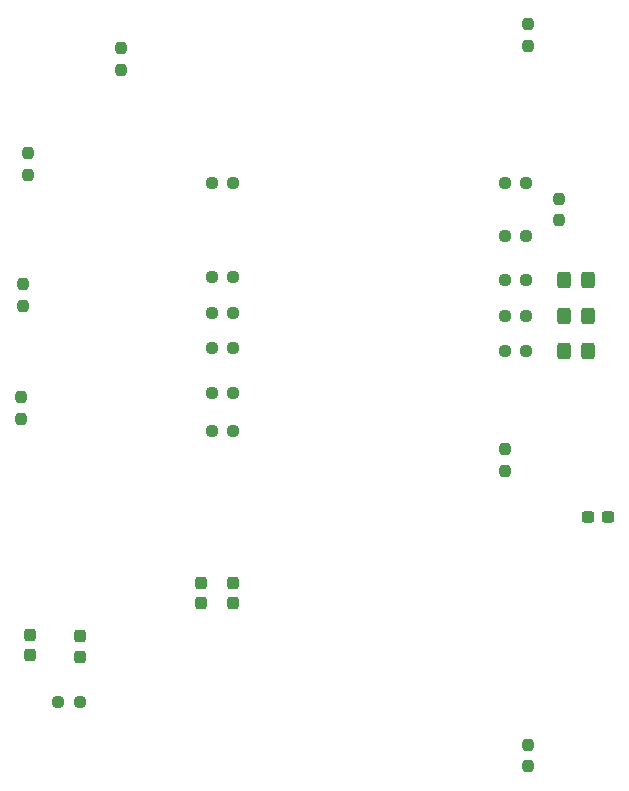
<source format=gbr>
%TF.GenerationSoftware,KiCad,Pcbnew,7.0.2-0*%
%TF.CreationDate,2025-01-08T13:47:24-05:00*%
%TF.ProjectId,plaqchek_mlb,706c6171-6368-4656-9b5f-6d6c622e6b69,rev?*%
%TF.SameCoordinates,Original*%
%TF.FileFunction,Paste,Top*%
%TF.FilePolarity,Positive*%
%FSLAX46Y46*%
G04 Gerber Fmt 4.6, Leading zero omitted, Abs format (unit mm)*
G04 Created by KiCad (PCBNEW 7.0.2-0) date 2025-01-08 13:47:24*
%MOMM*%
%LPD*%
G01*
G04 APERTURE LIST*
G04 Aperture macros list*
%AMRoundRect*
0 Rectangle with rounded corners*
0 $1 Rounding radius*
0 $2 $3 $4 $5 $6 $7 $8 $9 X,Y pos of 4 corners*
0 Add a 4 corners polygon primitive as box body*
4,1,4,$2,$3,$4,$5,$6,$7,$8,$9,$2,$3,0*
0 Add four circle primitives for the rounded corners*
1,1,$1+$1,$2,$3*
1,1,$1+$1,$4,$5*
1,1,$1+$1,$6,$7*
1,1,$1+$1,$8,$9*
0 Add four rect primitives between the rounded corners*
20,1,$1+$1,$2,$3,$4,$5,0*
20,1,$1+$1,$4,$5,$6,$7,0*
20,1,$1+$1,$6,$7,$8,$9,0*
20,1,$1+$1,$8,$9,$2,$3,0*%
G04 Aperture macros list end*
%ADD10RoundRect,0.237500X-0.250000X-0.237500X0.250000X-0.237500X0.250000X0.237500X-0.250000X0.237500X0*%
%ADD11RoundRect,0.237500X0.237500X-0.300000X0.237500X0.300000X-0.237500X0.300000X-0.237500X-0.300000X0*%
%ADD12RoundRect,0.250000X0.325000X0.450000X-0.325000X0.450000X-0.325000X-0.450000X0.325000X-0.450000X0*%
%ADD13RoundRect,0.237500X0.250000X0.237500X-0.250000X0.237500X-0.250000X-0.237500X0.250000X-0.237500X0*%
%ADD14RoundRect,0.237500X-0.237500X0.250000X-0.237500X-0.250000X0.237500X-0.250000X0.237500X0.250000X0*%
%ADD15RoundRect,0.237500X0.237500X-0.250000X0.237500X0.250000X-0.237500X0.250000X-0.237500X-0.250000X0*%
%ADD16RoundRect,0.237500X-0.237500X0.300000X-0.237500X-0.300000X0.237500X-0.300000X0.237500X0.300000X0*%
%ADD17RoundRect,0.237500X-0.300000X-0.237500X0.300000X-0.237500X0.300000X0.237500X-0.300000X0.237500X0*%
G04 APERTURE END LIST*
D10*
%TO.C,R17*%
X151175000Y-117000000D03*
X153000000Y-117000000D03*
%TD*%
%TO.C,R1*%
X189000000Y-77500000D03*
X190825000Y-77500000D03*
%TD*%
D11*
%TO.C,C5*%
X163250000Y-108600000D03*
X163250000Y-106875000D03*
%TD*%
D12*
%TO.C,D3*%
X196050000Y-87250000D03*
X194000000Y-87250000D03*
%TD*%
D13*
%TO.C,R5*%
X166000000Y-84000000D03*
X164175000Y-84000000D03*
%TD*%
D11*
%TO.C,C3*%
X148800000Y-113000000D03*
X148800000Y-111275000D03*
%TD*%
%TO.C,C4*%
X166000000Y-108600000D03*
X166000000Y-106875000D03*
%TD*%
D13*
%TO.C,R6*%
X166000000Y-87000000D03*
X164175000Y-87000000D03*
%TD*%
D14*
%TO.C,R33*%
X148600000Y-70487500D03*
X148600000Y-72312500D03*
%TD*%
D15*
%TO.C,R16*%
X191000000Y-61412500D03*
X191000000Y-59587500D03*
%TD*%
D13*
%TO.C,R11*%
X190825000Y-84250000D03*
X189000000Y-84250000D03*
%TD*%
D12*
%TO.C,D2*%
X196050000Y-84250000D03*
X194000000Y-84250000D03*
%TD*%
D16*
%TO.C,C1*%
X153000000Y-111400000D03*
X153000000Y-113125000D03*
%TD*%
D13*
%TO.C,R3*%
X166000000Y-73000000D03*
X164175000Y-73000000D03*
%TD*%
D10*
%TO.C,R2*%
X189000000Y-73000000D03*
X190825000Y-73000000D03*
%TD*%
D14*
%TO.C,R15*%
X156500000Y-61587500D03*
X156500000Y-63412500D03*
%TD*%
D15*
%TO.C,R14*%
X191000000Y-122412500D03*
X191000000Y-120587500D03*
%TD*%
%TO.C,R8*%
X189000000Y-97400000D03*
X189000000Y-95575000D03*
%TD*%
D13*
%TO.C,R12*%
X190825000Y-87250000D03*
X189000000Y-87250000D03*
%TD*%
D15*
%TO.C,R10*%
X193587500Y-76162500D03*
X193587500Y-74337500D03*
%TD*%
D13*
%TO.C,R31*%
X166000000Y-94000000D03*
X164175000Y-94000000D03*
%TD*%
%TO.C,R7*%
X166000000Y-90800000D03*
X164175000Y-90800000D03*
%TD*%
%TO.C,R4*%
X166000000Y-81000000D03*
X164175000Y-81000000D03*
%TD*%
D17*
%TO.C,C2*%
X196000000Y-101280000D03*
X197725000Y-101280000D03*
%TD*%
D12*
%TO.C,D1*%
X196050000Y-81250000D03*
X194000000Y-81250000D03*
%TD*%
D15*
%TO.C,R34*%
X148200000Y-83425000D03*
X148200000Y-81600000D03*
%TD*%
%TO.C,R13*%
X148000000Y-93000000D03*
X148000000Y-91175000D03*
%TD*%
D13*
%TO.C,R9*%
X190825000Y-81250000D03*
X189000000Y-81250000D03*
%TD*%
M02*

</source>
